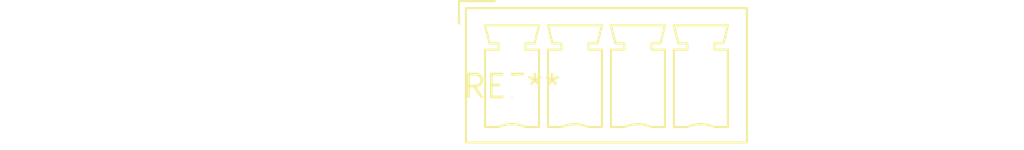
<source format=kicad_pcb>
(kicad_pcb (version 20240108) (generator pcbnew)
  (layers (0 "F.Cu" signal) (31 "B.Cu" signal) (34 "B.Paste" user) (35 "F.Paste" user) (36 "B.SilkS" user "B.Silkscreen") (37 "F.SilkS" user "F.Silkscreen") (38 "B.Mask" user) (39 "F.Mask" user) (44 "Edge.Cuts" user))
  (net 0 "")
  (footprint "PhoenixContact_MCV_1,5_4-G-3.5_1x04_P3.50mm_Vertical" (layer "F.Cu") (at 0 0)
    (property "Reference" "REF**")
    (property "Value" "PhoenixContact_MCV_1,5_4-G-3.5_1x04_P3.50mm_Vertical")
    (fp_line (start -2.95 -4.75) (end -0.95 -4.75) (layer "F.SilkS") (stroke (width 0.12)))
    (fp_line (start -2.95 -3.5) (end -2.95 -4.75) (layer "F.SilkS") (stroke (width 0.12)))
    (fp_line (start -2.56 -4.36) (end -2.56 3.11) (layer "F.SilkS") (stroke (width 0.12)))
    (fp_line (start -2.56 3.11) (end 13.06 3.11) (layer "F.SilkS") (stroke (width 0.12)))
    (fp_line (start -1.5 -3.4) (end 1.5 -3.4) (layer "F.SilkS") (stroke (width 0.12)))
    (fp_line (start -1.5 -2.05) (end -0.75 -2.05) (layer "F.SilkS") (stroke (width 0.12)))
    (fp_line (start -1.5 2.25) (end -1.5 -2.05) (layer "F.SilkS") (stroke (width 0.12)))
    (fp_line (start -1.25 -2.4) (end -1.5 -3.4) (layer "F.SilkS") (stroke (width 0.12)))
    (fp_line (start -0.75 -2.4) (end -1.25 -2.4) (layer "F.SilkS") (stroke (width 0.12)))
    (fp_line (start -0.75 -2.05) (end -0.75 -2.4) (layer "F.SilkS") (stroke (width 0.12)))
    (fp_line (start -0.75 2.25) (end -1.5 2.25) (layer "F.SilkS") (stroke (width 0.12)))
    (fp_line (start 0.75 -2.4) (end 0.75 -2.05) (layer "F.SilkS") (stroke (width 0.12)))
    (fp_line (start 0.75 -2.05) (end 1.5 -2.05) (layer "F.SilkS") (stroke (width 0.12)))
    (fp_line (start 1.25 -2.4) (end 0.75 -2.4) (layer "F.SilkS") (stroke (width 0.12)))
    (fp_line (start 1.5 -3.4) (end 1.25 -2.4) (layer "F.SilkS") (stroke (width 0.12)))
    (fp_line (start 1.5 -2.05) (end 1.5 2.25) (layer "F.SilkS") (stroke (width 0.12)))
    (fp_line (start 1.5 2.25) (end 0.75 2.25) (layer "F.SilkS") (stroke (width 0.12)))
    (fp_line (start 2 -3.4) (end 5 -3.4) (layer "F.SilkS") (stroke (width 0.12)))
    (fp_line (start 2 -2.05) (end 2.75 -2.05) (layer "F.SilkS") (stroke (width 0.12)))
    (fp_line (start 2 2.25) (end 2 -2.05) (layer "F.SilkS") (stroke (width 0.12)))
    (fp_line (start 2.25 -2.4) (end 2 -3.4) (layer "F.SilkS") (stroke (width 0.12)))
    (fp_line (start 2.75 -2.4) (end 2.25 -2.4) (layer "F.SilkS") (stroke (width 0.12)))
    (fp_line (start 2.75 -2.05) (end 2.75 -2.4) (layer "F.SilkS") (stroke (width 0.12)))
    (fp_line (start 2.75 2.25) (end 2 2.25) (layer "F.SilkS") (stroke (width 0.12)))
    (fp_line (start 4.25 -2.4) (end 4.25 -2.05) (layer "F.SilkS") (stroke (width 0.12)))
    (fp_line (start 4.25 -2.05) (end 5 -2.05) (layer "F.SilkS") (stroke (width 0.12)))
    (fp_line (start 4.75 -2.4) (end 4.25 -2.4) (layer "F.SilkS") (stroke (width 0.12)))
    (fp_line (start 5 -3.4) (end 4.75 -2.4) (layer "F.SilkS") (stroke (width 0.12)))
    (fp_line (start 5 -2.05) (end 5 2.25) (layer "F.SilkS") (stroke (width 0.12)))
    (fp_line (start 5 2.25) (end 4.25 2.25) (layer "F.SilkS") (stroke (width 0.12)))
    (fp_line (start 5.5 -3.4) (end 8.5 -3.4) (layer "F.SilkS") (stroke (width 0.12)))
    (fp_line (start 5.5 -2.05) (end 6.25 -2.05) (layer "F.SilkS") (stroke (width 0.12)))
    (fp_line (start 5.5 2.25) (end 5.5 -2.05) (layer "F.SilkS") (stroke (width 0.12)))
    (fp_line (start 5.75 -2.4) (end 5.5 -3.4) (layer "F.SilkS") (stroke (width 0.12)))
    (fp_line (start 6.25 -2.4) (end 5.75 -2.4) (layer "F.SilkS") (stroke (width 0.12)))
    (fp_line (start 6.25 -2.05) (end 6.25 -2.4) (layer "F.SilkS") (stroke (width 0.12)))
    (fp_line (start 6.25 2.25) (end 5.5 2.25) (layer "F.SilkS") (stroke (width 0.12)))
    (fp_line (start 7.75 -2.4) (end 7.75 -2.05) (layer "F.SilkS") (stroke (width 0.12)))
    (fp_line (start 7.75 -2.05) (end 8.5 -2.05) (layer "F.SilkS") (stroke (width 0.12)))
    (fp_line (start 8.25 -2.4) (end 7.75 -2.4) (layer "F.SilkS") (stroke (width 0.12)))
    (fp_line (start 8.5 -3.4) (end 8.25 -2.4) (layer "F.SilkS") (stroke (width 0.12)))
    (fp_line (start 8.5 -2.05) (end 8.5 2.25) (layer "F.SilkS") (stroke (width 0.12)))
    (fp_line (start 8.5 2.25) (end 7.75 2.25) (layer "F.SilkS") (stroke (width 0.12)))
    (fp_line (start 9 -3.4) (end 12 -3.4) (layer "F.SilkS") (stroke (width 0.12)))
    (fp_line (start 9 -2.05) (end 9.75 -2.05) (layer "F.SilkS") (stroke (width 0.12)))
    (fp_line (start 9 2.25) (end 9 -2.05) (layer "F.SilkS") (stroke (width 0.12)))
    (fp_line (start 9.25 -2.4) (end 9 -3.4) (layer "F.SilkS") (stroke (width 0.12)))
    (fp_line (start 9.75 -2.4) (end 9.25 -2.4) (layer "F.SilkS") (stroke (width 0.12)))
    (fp_line (start 9.75 -2.05) (end 9.75 -2.4) (layer "F.SilkS") (stroke (width 0.12)))
    (fp_line (start 9.75 2.25) (end 9 2.25) (layer "F.SilkS") (stroke (width 0.12)))
    (fp_line (start 11.25 -2.4) (end 11.25 -2.05) (layer "F.SilkS") (stroke (width 0.12)))
    (fp_line (start 11.25 -2.05) (end 12 -2.05) (layer "F.SilkS") (stroke (width 0.12)))
    (fp_line (start 11.75 -2.4) (end 11.25 -2.4) (layer "F.SilkS") (stroke (width 0.12)))
    (fp_line (start 12 -3.4) (end 11.75 -2.4) (layer "F.SilkS") (stroke (width 0.12)))
    (fp_line (start 12 -2.05) (end 12 2.25) (layer "F.SilkS") (stroke (width 0.12)))
    (fp_line (start 12 2.25) (end 11.25 2.25) (layer "F.SilkS") (stroke (width 0.12)))
    (fp_line (start 13.06 -4.36) (end -2.56 -4.36) (layer "F.SilkS") (stroke (width 0.12)))
    (fp_line (start 13.06 3.11) (end 13.06 -4.36) (layer "F.SilkS") (stroke (width 0.12)))
    (fp_arc (start -0.75 2.25) (mid -0.000193 2.09191) (end 0.749647 2.249844) (layer "F.SilkS") (stroke (width 0.12)))
    (fp_arc (start 2.75 2.25) (mid 3.499807 2.09191) (end 4.249647 2.249844) (layer "F.SilkS") (stroke (width 0.12)))
    (fp_arc (start 6.25 2.25) (mid 6.999807 2.09191) (end 7.749647 2.249844) (layer "F.SilkS") (stroke (width 0.12)))
    (fp_arc (start 9.75 2.25) (mid 10.499807 2.09191) (end 11.249647 2.249844) (layer "F.SilkS") (stroke (width 0.12)))
    (pad "1" thru_hole roundrect (at 0 0) (size 1.8 3.6) (drill 1.2) (layers *.Cu *.Mask) (remove_unused_layers) (roundrect_rratio 0.138889))
    (pad "2" thru_hole oval (at 3.5 0) (size 1.8 3.6) (drill 1.2) (layers *.Cu *.Mask) (remove_unused_layers))
    (pad "3" thru_hole oval (at 7 0) (size 1.8 3.6) (drill 1.2) (layers *.Cu *.Mask) (remove_unused_layers))
    (pad "4" thru_hole oval (at 10.5 0) (size 1.8 3.6) (drill 1.2) (layers *.Cu *.Mask) (remove_unused_layers))
  )
)
</source>
